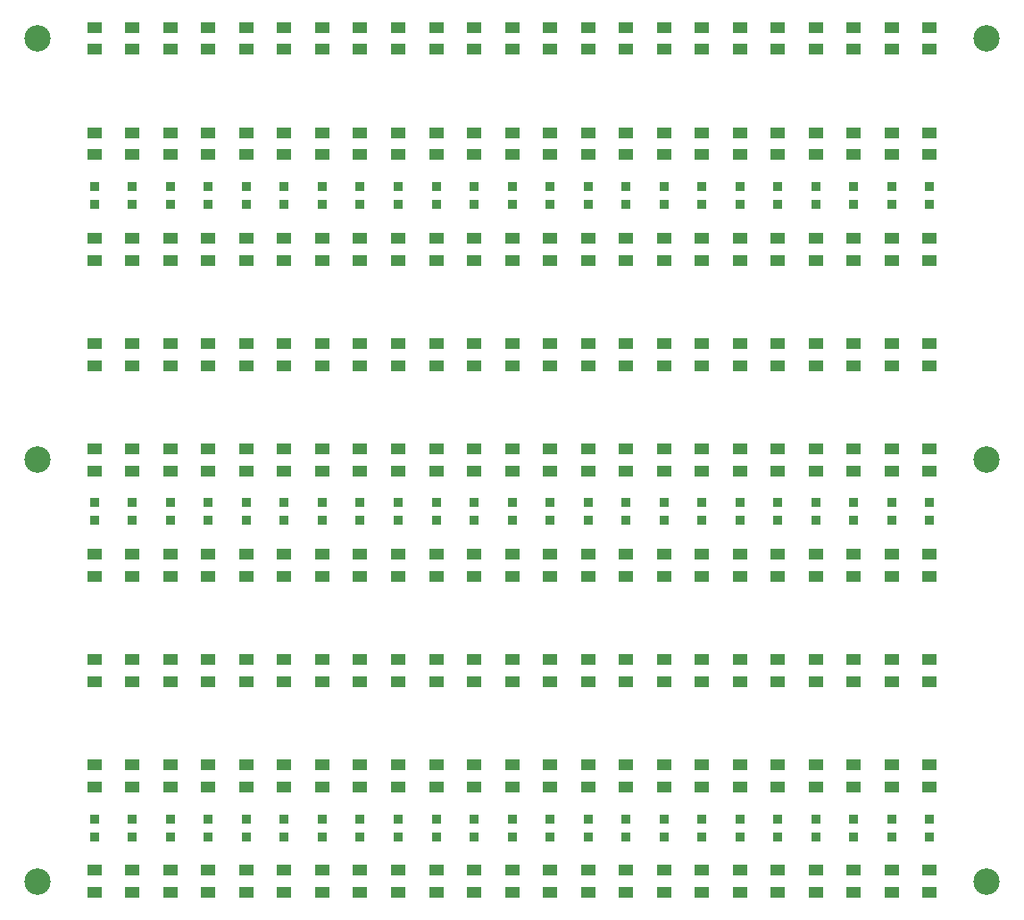
<source format=gtp>
%FSLAX34Y34*%
G04 Gerber Fmt 3.4, Leading zero omitted, Abs format*
G04 (created by PCBNEW (2014-05-17 BZR 4870)-product) date Sun 18 May 2014 03:32:31 PM CEST*
%MOIN*%
G01*
G70*
G90*
G04 APERTURE LIST*
%ADD10C,0.005906*%
%ADD11R,0.051969X0.041575*%
%ADD12R,0.038104X0.034584*%
%ADD13C,0.098425*%
G04 APERTURE END LIST*
G54D10*
G54D11*
X135787Y-67697D03*
X135787Y-68523D03*
G54D12*
X135787Y-65768D03*
X135787Y-66436D03*
G54D11*
X135787Y-63760D03*
X135787Y-64586D03*
X135787Y-59823D03*
X135787Y-60649D03*
X135787Y-55886D03*
X135787Y-56712D03*
G54D12*
X135787Y-53957D03*
X135787Y-54625D03*
G54D11*
X135787Y-51949D03*
X135787Y-52775D03*
X135787Y-48012D03*
X135787Y-48838D03*
G54D12*
X135787Y-42146D03*
X135787Y-42814D03*
G54D11*
X135787Y-44075D03*
X135787Y-44901D03*
X135787Y-40138D03*
X135787Y-40964D03*
X135787Y-36201D03*
X135787Y-37027D03*
X132952Y-67697D03*
X132952Y-68523D03*
G54D12*
X132952Y-65768D03*
X132952Y-66436D03*
G54D11*
X132952Y-63760D03*
X132952Y-64586D03*
X132952Y-59823D03*
X132952Y-60649D03*
X132952Y-55886D03*
X132952Y-56712D03*
G54D12*
X132952Y-53957D03*
X132952Y-54625D03*
G54D11*
X132952Y-51949D03*
X132952Y-52775D03*
X132952Y-48012D03*
X132952Y-48838D03*
G54D12*
X132952Y-42146D03*
X132952Y-42814D03*
G54D11*
X132952Y-44075D03*
X132952Y-44901D03*
X132952Y-40138D03*
X132952Y-40964D03*
X132952Y-36201D03*
X132952Y-37027D03*
X134370Y-36201D03*
X134370Y-37027D03*
X134370Y-40138D03*
X134370Y-40964D03*
X134370Y-44075D03*
X134370Y-44901D03*
G54D12*
X134370Y-42146D03*
X134370Y-42814D03*
G54D11*
X134370Y-48012D03*
X134370Y-48838D03*
X134370Y-51949D03*
X134370Y-52775D03*
G54D12*
X134370Y-53957D03*
X134370Y-54625D03*
G54D11*
X134370Y-55886D03*
X134370Y-56712D03*
X134370Y-59823D03*
X134370Y-60649D03*
X134370Y-63760D03*
X134370Y-64586D03*
G54D12*
X134370Y-65768D03*
X134370Y-66436D03*
G54D11*
X134370Y-67697D03*
X134370Y-68523D03*
X138622Y-67697D03*
X138622Y-68523D03*
G54D12*
X138622Y-65768D03*
X138622Y-66436D03*
G54D11*
X138622Y-63760D03*
X138622Y-64586D03*
X138622Y-59823D03*
X138622Y-60649D03*
X138622Y-55886D03*
X138622Y-56712D03*
G54D12*
X138622Y-53957D03*
X138622Y-54625D03*
G54D11*
X138622Y-51949D03*
X138622Y-52775D03*
X138622Y-48012D03*
X138622Y-48838D03*
G54D12*
X138622Y-42146D03*
X138622Y-42814D03*
G54D11*
X138622Y-44075D03*
X138622Y-44901D03*
X138622Y-40138D03*
X138622Y-40964D03*
X138622Y-36201D03*
X138622Y-37027D03*
X137204Y-36201D03*
X137204Y-37027D03*
X137204Y-40138D03*
X137204Y-40964D03*
X137204Y-44075D03*
X137204Y-44901D03*
G54D12*
X137204Y-42146D03*
X137204Y-42814D03*
G54D11*
X137204Y-48012D03*
X137204Y-48838D03*
X137204Y-51949D03*
X137204Y-52775D03*
G54D12*
X137204Y-53957D03*
X137204Y-54625D03*
G54D11*
X137204Y-55886D03*
X137204Y-56712D03*
X137204Y-59823D03*
X137204Y-60649D03*
X137204Y-63760D03*
X137204Y-64586D03*
G54D12*
X137204Y-65768D03*
X137204Y-66436D03*
G54D11*
X137204Y-67697D03*
X137204Y-68523D03*
X140039Y-36201D03*
X140039Y-37027D03*
X140039Y-40138D03*
X140039Y-40964D03*
X140039Y-44075D03*
X140039Y-44901D03*
G54D12*
X140039Y-42146D03*
X140039Y-42814D03*
G54D11*
X140039Y-48012D03*
X140039Y-48838D03*
X140039Y-51949D03*
X140039Y-52775D03*
G54D12*
X140039Y-53957D03*
X140039Y-54625D03*
G54D11*
X140039Y-55886D03*
X140039Y-56712D03*
X140039Y-59823D03*
X140039Y-60649D03*
X140039Y-63760D03*
X140039Y-64586D03*
G54D12*
X140039Y-65768D03*
X140039Y-66436D03*
G54D11*
X140039Y-67697D03*
X140039Y-68523D03*
X144291Y-67697D03*
X144291Y-68523D03*
G54D12*
X144291Y-65768D03*
X144291Y-66436D03*
G54D11*
X144291Y-63760D03*
X144291Y-64586D03*
X144291Y-59823D03*
X144291Y-60649D03*
X144291Y-55886D03*
X144291Y-56712D03*
G54D12*
X144291Y-53957D03*
X144291Y-54625D03*
G54D11*
X144291Y-51949D03*
X144291Y-52775D03*
X144291Y-48012D03*
X144291Y-48838D03*
G54D12*
X144291Y-42146D03*
X144291Y-42814D03*
G54D11*
X144291Y-44075D03*
X144291Y-44901D03*
X144291Y-40138D03*
X144291Y-40964D03*
X144291Y-36201D03*
X144291Y-37027D03*
X141456Y-67697D03*
X141456Y-68523D03*
G54D12*
X141456Y-65768D03*
X141456Y-66436D03*
G54D11*
X141456Y-63760D03*
X141456Y-64586D03*
X141456Y-59823D03*
X141456Y-60649D03*
X141456Y-55886D03*
X141456Y-56712D03*
G54D12*
X141456Y-53957D03*
X141456Y-54625D03*
G54D11*
X141456Y-51949D03*
X141456Y-52775D03*
X141456Y-48012D03*
X141456Y-48838D03*
G54D12*
X141456Y-42146D03*
X141456Y-42814D03*
G54D11*
X141456Y-44075D03*
X141456Y-44901D03*
X141456Y-40138D03*
X141456Y-40964D03*
X141456Y-36201D03*
X141456Y-37027D03*
X142874Y-36201D03*
X142874Y-37027D03*
X142874Y-40138D03*
X142874Y-40964D03*
X142874Y-44075D03*
X142874Y-44901D03*
G54D12*
X142874Y-42146D03*
X142874Y-42814D03*
G54D11*
X142874Y-48012D03*
X142874Y-48838D03*
X142874Y-51949D03*
X142874Y-52775D03*
G54D12*
X142874Y-53957D03*
X142874Y-54625D03*
G54D11*
X142874Y-55886D03*
X142874Y-56712D03*
X142874Y-59823D03*
X142874Y-60649D03*
X142874Y-63760D03*
X142874Y-64586D03*
G54D12*
X142874Y-65768D03*
X142874Y-66436D03*
G54D11*
X142874Y-67697D03*
X142874Y-68523D03*
X145708Y-36201D03*
X145708Y-37027D03*
X145708Y-40138D03*
X145708Y-40964D03*
X145708Y-44075D03*
X145708Y-44901D03*
G54D12*
X145708Y-42146D03*
X145708Y-42814D03*
G54D11*
X145708Y-48012D03*
X145708Y-48838D03*
X145708Y-51949D03*
X145708Y-52775D03*
G54D12*
X145708Y-53957D03*
X145708Y-54625D03*
G54D11*
X145708Y-55886D03*
X145708Y-56712D03*
X145708Y-59823D03*
X145708Y-60649D03*
X145708Y-63760D03*
X145708Y-64586D03*
G54D12*
X145708Y-65768D03*
X145708Y-66436D03*
G54D11*
X145708Y-67697D03*
X145708Y-68523D03*
X131535Y-67697D03*
X131535Y-68523D03*
G54D12*
X131535Y-65768D03*
X131535Y-66436D03*
G54D11*
X131535Y-63760D03*
X131535Y-64586D03*
X131535Y-59823D03*
X131535Y-60649D03*
X131535Y-55886D03*
X131535Y-56712D03*
G54D12*
X131535Y-53957D03*
X131535Y-54625D03*
G54D11*
X131535Y-51949D03*
X131535Y-52775D03*
X131535Y-48012D03*
X131535Y-48838D03*
G54D12*
X131535Y-42146D03*
X131535Y-42814D03*
G54D11*
X131535Y-44075D03*
X131535Y-44901D03*
X131535Y-40138D03*
X131535Y-40964D03*
X131535Y-36201D03*
X131535Y-37027D03*
X128700Y-67697D03*
X128700Y-68523D03*
G54D12*
X128700Y-65768D03*
X128700Y-66436D03*
G54D11*
X128700Y-63760D03*
X128700Y-64586D03*
X128700Y-59823D03*
X128700Y-60649D03*
X128700Y-55886D03*
X128700Y-56712D03*
G54D12*
X128700Y-53957D03*
X128700Y-54625D03*
G54D11*
X128700Y-51949D03*
X128700Y-52775D03*
X128700Y-48012D03*
X128700Y-48838D03*
G54D12*
X128700Y-42146D03*
X128700Y-42814D03*
G54D11*
X128700Y-44075D03*
X128700Y-44901D03*
X128700Y-40138D03*
X128700Y-40964D03*
X128700Y-36201D03*
X128700Y-37027D03*
X127283Y-36201D03*
X127283Y-37027D03*
X127283Y-40138D03*
X127283Y-40964D03*
X127283Y-44075D03*
X127283Y-44901D03*
G54D12*
X127283Y-42146D03*
X127283Y-42814D03*
G54D11*
X127283Y-48012D03*
X127283Y-48838D03*
X127283Y-51949D03*
X127283Y-52775D03*
G54D12*
X127283Y-53957D03*
X127283Y-54625D03*
G54D11*
X127283Y-55886D03*
X127283Y-56712D03*
X127283Y-59823D03*
X127283Y-60649D03*
X127283Y-63760D03*
X127283Y-64586D03*
G54D12*
X127283Y-65768D03*
X127283Y-66436D03*
G54D11*
X127283Y-67697D03*
X127283Y-68523D03*
X130118Y-36201D03*
X130118Y-37027D03*
X130118Y-40138D03*
X130118Y-40964D03*
X130118Y-44075D03*
X130118Y-44901D03*
G54D12*
X130118Y-42146D03*
X130118Y-42814D03*
G54D11*
X130118Y-48012D03*
X130118Y-48838D03*
X130118Y-51949D03*
X130118Y-52775D03*
G54D12*
X130118Y-53957D03*
X130118Y-54625D03*
G54D11*
X130118Y-55886D03*
X130118Y-56712D03*
X130118Y-59823D03*
X130118Y-60649D03*
X130118Y-63760D03*
X130118Y-64586D03*
G54D12*
X130118Y-65768D03*
X130118Y-66436D03*
G54D11*
X130118Y-67697D03*
X130118Y-68523D03*
X125866Y-67697D03*
X125866Y-68523D03*
G54D12*
X125866Y-65768D03*
X125866Y-66436D03*
G54D11*
X125866Y-63760D03*
X125866Y-64586D03*
X125866Y-59823D03*
X125866Y-60649D03*
X125866Y-55886D03*
X125866Y-56712D03*
G54D12*
X125866Y-53957D03*
X125866Y-54625D03*
G54D11*
X125866Y-51949D03*
X125866Y-52775D03*
X125866Y-48012D03*
X125866Y-48838D03*
G54D12*
X125866Y-42146D03*
X125866Y-42814D03*
G54D11*
X125866Y-44075D03*
X125866Y-44901D03*
X125866Y-40138D03*
X125866Y-40964D03*
X125866Y-36201D03*
X125866Y-37027D03*
X123031Y-67697D03*
X123031Y-68523D03*
G54D12*
X123031Y-65768D03*
X123031Y-66436D03*
G54D11*
X123031Y-63760D03*
X123031Y-64586D03*
X123031Y-59823D03*
X123031Y-60649D03*
X123031Y-55886D03*
X123031Y-56712D03*
G54D12*
X123031Y-53957D03*
X123031Y-54625D03*
G54D11*
X123031Y-51949D03*
X123031Y-52775D03*
X123031Y-48012D03*
X123031Y-48838D03*
G54D12*
X123031Y-42146D03*
X123031Y-42814D03*
G54D11*
X123031Y-44075D03*
X123031Y-44901D03*
X123031Y-40138D03*
X123031Y-40964D03*
X123031Y-36201D03*
X123031Y-37027D03*
X124448Y-36201D03*
X124448Y-37027D03*
X124448Y-40138D03*
X124448Y-40964D03*
X124448Y-44075D03*
X124448Y-44901D03*
G54D12*
X124448Y-42146D03*
X124448Y-42814D03*
G54D11*
X124448Y-48012D03*
X124448Y-48838D03*
X124448Y-51949D03*
X124448Y-52775D03*
G54D12*
X124448Y-53957D03*
X124448Y-54625D03*
G54D11*
X124448Y-55886D03*
X124448Y-56712D03*
X124448Y-59823D03*
X124448Y-60649D03*
X124448Y-63760D03*
X124448Y-64586D03*
G54D12*
X124448Y-65768D03*
X124448Y-66436D03*
G54D11*
X124448Y-67697D03*
X124448Y-68523D03*
X120196Y-67697D03*
X120196Y-68523D03*
G54D12*
X120196Y-65768D03*
X120196Y-66436D03*
G54D11*
X120196Y-63760D03*
X120196Y-64586D03*
X120196Y-59823D03*
X120196Y-60649D03*
X120196Y-55886D03*
X120196Y-56712D03*
G54D12*
X120196Y-53957D03*
X120196Y-54625D03*
G54D11*
X120196Y-51949D03*
X120196Y-52775D03*
X120196Y-48012D03*
X120196Y-48838D03*
G54D12*
X120196Y-42146D03*
X120196Y-42814D03*
G54D11*
X120196Y-44075D03*
X120196Y-44901D03*
X120196Y-40138D03*
X120196Y-40964D03*
X120196Y-36201D03*
X120196Y-37027D03*
X118779Y-36201D03*
X118779Y-37027D03*
X118779Y-40138D03*
X118779Y-40964D03*
X118779Y-44075D03*
X118779Y-44901D03*
G54D12*
X118779Y-42146D03*
X118779Y-42814D03*
G54D11*
X118779Y-48012D03*
X118779Y-48838D03*
X118779Y-51949D03*
X118779Y-52775D03*
G54D12*
X118779Y-53957D03*
X118779Y-54625D03*
G54D11*
X118779Y-55886D03*
X118779Y-56712D03*
X118779Y-59823D03*
X118779Y-60649D03*
X118779Y-63760D03*
X118779Y-64586D03*
G54D12*
X118779Y-65768D03*
X118779Y-66436D03*
G54D11*
X118779Y-67697D03*
X118779Y-68523D03*
X121614Y-36201D03*
X121614Y-37027D03*
X121614Y-40138D03*
X121614Y-40964D03*
X121614Y-44075D03*
X121614Y-44901D03*
G54D12*
X121614Y-42146D03*
X121614Y-42814D03*
G54D11*
X121614Y-48012D03*
X121614Y-48838D03*
X121614Y-51949D03*
X121614Y-52775D03*
G54D12*
X121614Y-53957D03*
X121614Y-54625D03*
G54D11*
X121614Y-55886D03*
X121614Y-56712D03*
X121614Y-59823D03*
X121614Y-60649D03*
X121614Y-63760D03*
X121614Y-64586D03*
G54D12*
X121614Y-65768D03*
X121614Y-66436D03*
G54D11*
X121614Y-67697D03*
X121614Y-68523D03*
X117362Y-67697D03*
X117362Y-68523D03*
G54D12*
X117362Y-65768D03*
X117362Y-66436D03*
G54D11*
X117362Y-63760D03*
X117362Y-64586D03*
X117362Y-59823D03*
X117362Y-60649D03*
X117362Y-55886D03*
X117362Y-56712D03*
G54D12*
X117362Y-53957D03*
X117362Y-54625D03*
G54D11*
X117362Y-51949D03*
X117362Y-52775D03*
X117362Y-48012D03*
X117362Y-48838D03*
G54D12*
X117362Y-42146D03*
X117362Y-42814D03*
G54D11*
X117362Y-44075D03*
X117362Y-44901D03*
X117362Y-40138D03*
X117362Y-40964D03*
X117362Y-36201D03*
X117362Y-37027D03*
X114527Y-67697D03*
X114527Y-68523D03*
G54D12*
X114527Y-65768D03*
X114527Y-66436D03*
G54D11*
X114527Y-63760D03*
X114527Y-64586D03*
X114527Y-59823D03*
X114527Y-60649D03*
X114527Y-55886D03*
X114527Y-56712D03*
G54D12*
X114527Y-53957D03*
X114527Y-54625D03*
G54D11*
X114527Y-51949D03*
X114527Y-52775D03*
X114527Y-48012D03*
X114527Y-48838D03*
G54D12*
X114527Y-42146D03*
X114527Y-42814D03*
G54D11*
X114527Y-44075D03*
X114527Y-44901D03*
X114527Y-40138D03*
X114527Y-40964D03*
X114527Y-36201D03*
X114527Y-37027D03*
G54D13*
X147834Y-68110D03*
X147834Y-36614D03*
X112401Y-68110D03*
X112401Y-36614D03*
X112401Y-52362D03*
X147834Y-52362D03*
G54D11*
X115944Y-36201D03*
X115944Y-37027D03*
X115944Y-40138D03*
X115944Y-40964D03*
X115944Y-44075D03*
X115944Y-44901D03*
G54D12*
X115944Y-42146D03*
X115944Y-42814D03*
G54D11*
X115944Y-48012D03*
X115944Y-48838D03*
X115944Y-51949D03*
X115944Y-52775D03*
G54D12*
X115944Y-53957D03*
X115944Y-54625D03*
G54D11*
X115944Y-55886D03*
X115944Y-56712D03*
X115944Y-59823D03*
X115944Y-60649D03*
X115944Y-63760D03*
X115944Y-64586D03*
G54D12*
X115944Y-65768D03*
X115944Y-66436D03*
G54D11*
X115944Y-67697D03*
X115944Y-68523D03*
M02*

</source>
